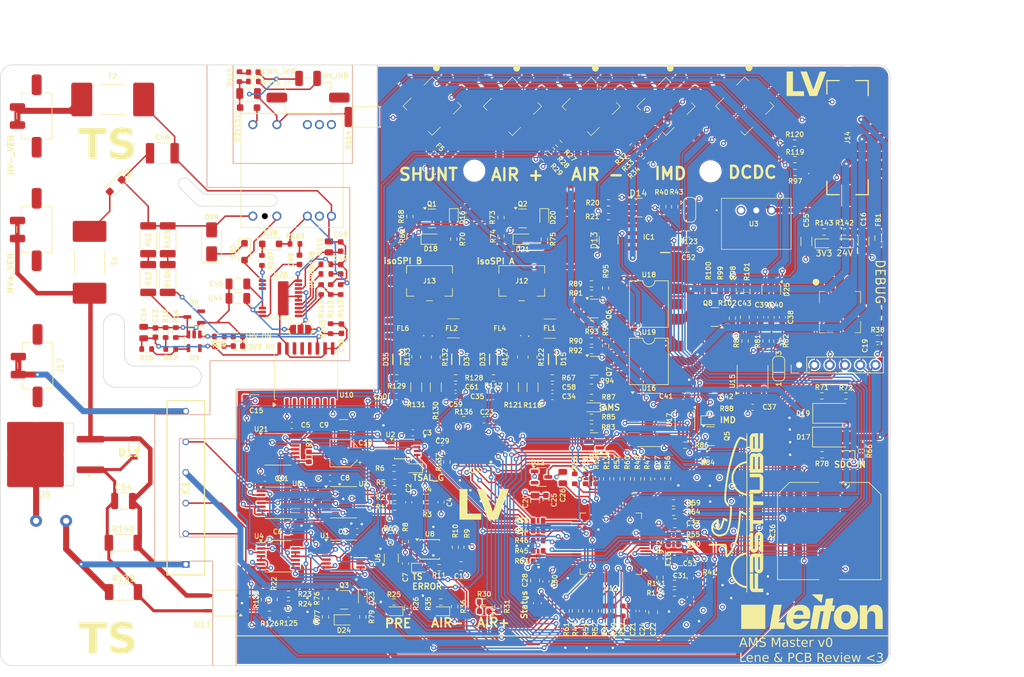
<source format=kicad_pcb>
(kicad_pcb
	(version 20240108)
	(generator "pcbnew")
	(generator_version "8.0")
	(general
		(thickness 1.6)
		(legacy_teardrops no)
	)
	(paper "A4")
	(layers
		(0 "F.Cu" signal)
		(1 "In1.Cu" signal)
		(2 "In2.Cu" signal)
		(31 "B.Cu" signal)
		(32 "B.Adhes" user "B.Adhesive")
		(33 "F.Adhes" user "F.Adhesive")
		(34 "B.Paste" user)
		(35 "F.Paste" user)
		(36 "B.SilkS" user "B.Silkscreen")
		(37 "F.SilkS" user "F.Silkscreen")
		(38 "B.Mask" user)
		(39 "F.Mask" user)
		(40 "Dwgs.User" user "User.Drawings")
		(41 "Cmts.User" user "User.Comments")
		(42 "Eco1.User" user "User.Eco1")
		(43 "Eco2.User" user "User.Eco2")
		(44 "Edge.Cuts" user)
		(45 "Margin" user)
		(46 "B.CrtYd" user "B.Courtyard")
		(47 "F.CrtYd" user "F.Courtyard")
		(48 "B.Fab" user)
		(49 "F.Fab" user)
		(50 "User.1" user)
		(51 "User.2" user)
		(52 "User.3" user)
		(53 "User.4" user)
		(54 "User.5" user)
		(55 "User.6" user)
		(56 "User.7" user)
		(57 "User.8" user)
		(58 "User.9" user)
	)
	(setup
		(stackup
			(layer "F.SilkS"
				(type "Top Silk Screen")
			)
			(layer "F.Paste"
				(type "Top Solder Paste")
			)
			(layer "F.Mask"
				(type "Top Solder Mask")
				(thickness 0.01)
			)
			(layer "F.Cu"
				(type "copper")
				(thickness 0.035)
			)
			(layer "dielectric 1"
				(type "prepreg")
				(thickness 0.1)
				(material "FR4")
				(epsilon_r 4.5)
				(loss_tangent 0.02)
			)
			(layer "In1.Cu"
				(type "copper")
				(thickness 0.035)
			)
			(layer "dielectric 2"
				(type "core")
				(thickness 1.24)
				(material "FR4")
				(epsilon_r 4.5)
				(loss_tangent 0.02)
			)
			(layer "In2.Cu"
				(type "copper")
				(thickness 0.035)
			)
			(layer "dielectric 3"
				(type "prepreg")
				(thickness 0.1)
				(material "FR4")
				(epsilon_r 4.5)
				(loss_tangent 0.02)
			)
			(layer "B.Cu"
				(type "copper")
				(thickness 0.035)
			)
			(layer "B.Mask"
				(type "Bottom Solder Mask")
				(thickness 0.01)
			)
			(layer "B.Paste"
				(type "Bottom Solder Paste")
			)
			(layer "B.SilkS"
				(type "Bottom Silk Screen")
			)
			(copper_finish "None")
			(dielectric_constraints no)
		)
		(pad_to_mask_clearance 0)
		(allow_soldermask_bridges_in_footprints no)
		(pcbplotparams
			(layerselection 0x00010fc_ffffffff)
			(plot_on_all_layers_selection 0x0000000_00000000)
			(disableapertmacros no)
			(usegerberextensions no)
			(usegerberattributes yes)
			(usegerberadvancedattributes yes)
			(creategerberjobfile yes)
			(dashed_line_dash_ratio 12.000000)
			(dashed_line_gap_ratio 3.000000)
			(svgprecision 4)
			(plotframeref no)
			(viasonmask no)
			(mode 1)
			(useauxorigin no)
			(hpglpennumber 1)
			(hpglpenspeed 20)
			(hpglpendiameter 15.000000)
			(pdf_front_fp_property_popups yes)
			(pdf_back_fp_property_popups yes)
			(dxfpolygonmode yes)
			(dxfimperialunits yes)
			(dxfusepcbnewfont yes)
			(psnegative no)
			(psa4output no)
			(plotreference yes)
			(plotvalue yes)
			(plotfptext yes)
			(plotinvisibletext no)
			(sketchpadsonfab no)
			(subtractmaskfromsilk no)
			(outputformat 1)
			(mirror no)
			(drillshape 1)
			(scaleselection 1)
			(outputdirectory "")
		)
	)
	(net 0 "")
	(net 1 "GND")
	(net 2 "+3V3")
	(net 3 "Net-(U8-~{PRE})")
	(net 4 "Net-(U8-~{CLR})")
	(net 5 "/TSAL/HV_Active_Detection/3V3_HV")
	(net 6 "HV-_Vehicle_Side")
	(net 7 "Net-(C17-Pad2)")
	(net 8 "/MCU/RCC_OSC_OUT")
	(net 9 "/MCU/NRST")
	(net 10 "Net-(C26-Pad2)")
	(net 11 "Net-(C28-Pad2)")
	(net 12 "Net-(J10-Pin_4)")
	(net 13 "/MCU/LV_I_measure")
	(net 14 "/CAN_Transceiver/CarCAN_HIGH")
	(net 15 "/CAN_Transceiver/V_{ref}")
	(net 16 "Net-(Q8-G)")
	(net 17 "Net-(JP2-B)")
	(net 18 "Net-(U20-INTVcc)")
	(net 19 "HV+_Vehicle_Side_Fused")
	(net 20 "Net-(C47-Pad1)")
	(net 21 "/HV_Indicator/ENABLE")
	(net 22 "Net-(C49-Pad1)")
	(net 23 "Net-(U20-DCM)")
	(net 24 "Net-(U20-SOURCE)")
	(net 25 "Net-(D32-K)")
	(net 26 "Net-(D31-K)")
	(net 27 "Net-(D1-A)")
	(net 28 "Net-(D2-A)")
	(net 29 "/TSAL/HV_Active_Detection/HV_1")
	(net 30 "Net-(D4-K)")
	(net 31 "Net-(D5-A)")
	(net 32 "Net-(D6-A)")
	(net 33 "/MCU/Precharge_Closed")
	(net 34 "Net-(D7-A)")
	(net 35 "Net-(D8-A)")
	(net 36 "/MCU/AIR+_Closed")
	(net 37 "Net-(D9-A)")
	(net 38 "/MCU/AIR-_Closed")
	(net 39 "Net-(D19-A)")
	(net 40 "Net-(D16-A)")
	(net 41 "/Relay_Driver/Relay_2")
	(net 42 "/Relay_0")
	(net 43 "/MCU/TEMP_TSDCDC")
	(net 44 "/Relay_Driver/Relay_3")
	(net 45 "Net-(D20-A)")
	(net 46 "Net-(D22-A)")
	(net 47 "Net-(D23-A)")
	(net 48 "/Relay_Driver/Relay_4")
	(net 49 "Net-(D26-A)")
	(net 50 "Net-(D27-A)")
	(net 51 "Net-(D28-K)")
	(net 52 "Net-(D28-A)")
	(net 53 "Net-(D29-A1)")
	(net 54 "Net-(D30-A)")
	(net 55 "Net-(D31-A)")
	(net 56 "Net-(D32-A)")
	(net 57 "/CAN_Transceiver/CarCAN_LOW")
	(net 58 "/IO/IMD_M")
	(net 59 "+24V")
	(net 60 "Net-(J14-Pin_2)")
	(net 61 "unconnected-(IC1-IS-Pad4)")
	(net 62 "Net-(IC1-DEN)")
	(net 63 "unconnected-(IC1-NC-Pad5)")
	(net 64 "/IO/IMD_Power")
	(net 65 "Net-(U12-PB15)")
	(net 66 "/IO/TSAL_GREEN")
	(net 67 "/MCU/~{AMS_ERROR_LED}")
	(net 68 "/MCU/~{IMD_ERROR_LED}")
	(net 69 "Net-(J14-Pin_3)")
	(net 70 "Net-(J14-Pin_5)")
	(net 71 "/MCU/Trace_SWO")
	(net 72 "/MCU/SWDIO_1")
	(net 73 "/MCU/SWCLK_1")
	(net 74 "Net-(JP1-C)")
	(net 75 "Net-(JP2-C)")
	(net 76 "Net-(JP3-C)")
	(net 77 "Net-(Q1-G)")
	(net 78 "Net-(Q2-G)")
	(net 79 "Net-(Q3-G)")
	(net 80 "/SDC_Latching/~{AMS_Error}")
	(net 81 "Net-(Q4-D)")
	(net 82 "/SDC_Latching/~{IMD_Error}")
	(net 83 "Net-(Q5-D)")
	(net 84 "Net-(Q6-G)")
	(net 85 "Net-(Q6-D)")
	(net 86 "Net-(Q7-D)")
	(net 87 "Net-(Q7-G)")
	(net 88 "Net-(Q8-D)")
	(net 89 "Net-(Q8-S)")
	(net 90 "/TSAL/Comp_Ref_Low")
	(net 91 "/TSAL/Comp_Ref_Closed")
	(net 92 "/TSAL/Relay_State_Detection/~{Short}")
	(net 93 "/TSAL/~{TS_Error}")
	(net 94 "Net-(U8-C)")
	(net 95 "/MCU/TS_Error")
	(net 96 "Net-(R12-Pad2)")
	(net 97 "Net-(U9--)")
	(net 98 "Net-(R17-Pad2)")
	(net 99 "Net-(U10-IND)")
	(net 100 "/Relay_Driver/aux_out0")
	(net 101 "/Relay_Driver/aux_in0")
	(net 102 "/Relay_Driver/aux_out1")
	(net 103 "/Relay_Driver/aux_in1")
	(net 104 "/Relay_Driver/aux_out2")
	(net 105 "/Relay_Driver/aux_in2")
	(net 106 "/MCU/SDC_closed")
	(net 107 "Net-(U12-PC9)")
	(net 108 "Net-(U12-BOOT0)")
	(net 109 "/MCU/Status_LED_R")
	(net 110 "Net-(D37-A)")
	(net 111 "/MCU/Status_LED_G")
	(net 112 "Net-(U12-PC2)")
	(net 113 "/MCU/Status_LED_B")
	(net 114 "Net-(U12-PA3)")
	(net 115 "Net-(U12-PA7)")
	(net 116 "Net-(U12-PB0)")
	(net 117 "Net-(U12-PA2)")
	(net 118 "Net-(U12-PA6)")
	(net 119 "Net-(U12-PA14)")
	(net 120 "Net-(U12-PA1)")
	(net 121 "/MCU/HV_Active")
	(net 122 "Net-(U12-PA13)")
	(net 123 "Net-(U12-PA0)")
	(net 124 "/MCU/AIR+_Control")
	(net 125 "/MCU/AIR-_Control")
	(net 126 "/MCU/Precharge_Control")
	(net 127 "Net-(U15-Rs)")
	(net 128 "Net-(U16A-C)")
	(net 129 "Net-(U16B-C)")
	(net 130 "Net-(U16A-Q)")
	(net 131 "Net-(U16B-Q)")
	(net 132 "Net-(U16A-~{Q})")
	(net 133 "Net-(U16B-~{Q})")
	(net 134 "Net-(R95-Pad2)")
	(net 135 "Net-(R96-Pad2)")
	(net 136 "/SDC_Latching/Reset_Signal")
	(net 137 "Net-(R103-Pad2)")
	(net 138 "Net-(U20-Vc)")
	(net 139 "Net-(U20-IREG{slash}SS)")
	(net 140 "Net-(U20-TC)")
	(net 141 "Net-(U20-FB)")
	(net 142 "Net-(J8-Pin_2)")
	(net 143 "/TSAL/Mismatch_Relay_2")
	(net 144 "/TSAL/Mismatch_Relay_1")
	(net 145 "Net-(U1-Pad11)")
	(net 146 "/TSAL/AIRs_Closed")
	(net 147 "/TSAL/Mismatch_Relay_3")
	(net 148 "/TSAL/HV_Inactive")
	(net 149 "/TSAL/TS_OK")
	(net 150 "Net-(U2-Pad1)")
	(net 151 "/TSAL/Relay_Mismatch")
	(net 152 "unconnected-(U5-Pad14)")
	(net 153 "unconnected-(U5-Pad13)")
	(net 154 "/TSAL/HV_Mismatch")
	(net 155 "unconnected-(U10-OUTA-Pad14)")
	(net 156 "unconnected-(U10-INB-Pad4)")
	(net 157 "unconnected-(U10-INC-Pad12)")
	(net 158 "unconnected-(U10-INA-Pad3)")
	(net 159 "unconnected-(U10-OUTB-Pad13)")
	(net 160 "unconnected-(U10-OUTC-Pad5)")
	(net 161 "unconnected-(U10-NC-Pad7)")
	(net 162 "unconnected-(U12-PD2-Pad54)")
	(net 163 "unconnected-(U12-PC10-Pad51)")
	(net 164 "unconnected-(U12-PC12-Pad53)")
	(net 165 "/TSAL/HV_Active_Detection/-HV_1")
	(net 166 "Net-(FL1-Pad4)")
	(net 167 "Net-(FL1-Pad3)")
	(net 168 "unconnected-(U12-PC14-Pad3)")
	(net 169 "Net-(FL1-Pad2)")
	(net 170 "unconnected-(U12-PC11-Pad52)")
	(net 171 "Net-(FL1-Pad1)")
	(net 172 "Net-(FL2-Pad4)")
	(net 173 "Net-(FL2-Pad2)")
	(net 174 "unconnected-(U12-PC13-Pad2)")
	(net 175 "unconnected-(U12-PC15-Pad4)")
	(net 176 "Net-(FL2-Pad3)")
	(net 177 "/IO/IMD_VCC")
	(net 178 "/SDC_Latching/IMD_Latch_Reset")
	(net 179 "/SDC_Latching/AMS_Latch_Reset")
	(net 180 "/SDC_Latching/SDC_1")
	(net 181 "unconnected-(U18-Pad3)")
	(net 182 "Net-(U18-Pad5)")
	(net 183 "/IO/SDC_OUT")
	(net 184 "unconnected-(U19-Pad3)")
	(net 185 "/TSAL/Relay_Connection_Error")
	(net 186 "/IO/Reset_Button_Out")
	(net 187 "/CAN_Transceiver/CarCAN_RX")
	(net 188 "Net-(FL2-Pad1)")
	(net 189 "Net-(J12-Pin_1)")
	(net 190 "/CAN_Transceiver/CarCAN_TX")
	(net 191 "Net-(J12-Pin_2)")
	(net 192 "Net-(J13-Pin_1)")
	(net 193 "Net-(J13-Pin_2)")
	(net 194 "/MCU/WAKE2")
	(net 195 "/MCU/MSTR1")
	(net 196 "/MCU/SPI1_MISO")
	(net 197 "/MCU/SPI1_SCK")
	(net 198 "/MCU/WAKE1")
	(net 199 "/MCU/INTR1")
	(net 200 "/MCU/IMB")
	(net 201 "Net-(IC2-XCVRMD2)")
	(net 202 "Net-(IC2-XCVRMD)")
	(net 203 "/MCU/SPI2_SCK")
	(net 204 "/MCU/SPI1_NSS")
	(net 205 "/MCU/IPB")
	(net 206 "/MCU/MSTR2")
	(net 207 "/MCU/IPA")
	(net 208 "/MCU/INTR2")
	(net 209 "/MCU/SPI2_MISO")
	(net 210 "/MCU/SPI1_MOSI")
	(net 211 "/MCU/SPI2_NSS")
	(net 212 "/MCU/SPI2_MOSI")
	(net 213 "/MCU/IMA")
	(net 214 "/MCU/RCC_OSC_IN")
	(net 215 "Net-(U12-PC3)")
	(net 216 "Net-(U12-PA5)")
	(net 217 "Net-(U12-PC4)")
	(net 218 "Net-(U12-PB4)")
	(net 219 "Net-(U12-PC5)")
	(net 220 "Net-(U12-PA4)")
	(net 221 "Net-(U12-PB12)")
	(net 222 "Net-(U12-PB14)")
	(net 223 "Net-(U12-PA12)")
	(net 224 "Net-(U12-PB5)")
	(net 225 "Net-(C58-Pad1)")
	(net 226 "Net-(C61-Pad1)")
	(net 227 "Net-(D15-A2)")
	(net 228 "Net-(D34-A2)")
	(net 229 "unconnected-(U20-N.C.-Pad19)")
	(net 230 "Net-(U12-PA15)")
	(net 231 "Net-(D33-A2)")
	(net 232 "Net-(D35-A2)")
	(net 233 "/MCU/AMS_NERROR")
	(net 234 "Net-(D36-A)")
	(net 235 "Net-(D11-K)")
	(net 236 "/Relay_Driver/Precharge/HV+_Akku")
	(net 237 "Net-(K1-Pad2)")
	(net 238 "Net-(K1-Pad8)")
	(net 239 "Net-(Q9-D)")
	(net 240 "Net-(R126-Pad2)")
	(net 241 "HV+_VEH")
	(net 242 "Net-(U12-PB1)")
	(net 243 "Net-(J4-Pin_4)")
	(net 244 "Net-(J4-Pin_3)")
	(net 245 "/Relay_Driver/SDC_Relay")
	(footprint "Resistor_SMD:R_1206_3216Metric" (layer "F.Cu") (at 123.65 92.35 -90))
	(footprint "FaSTTUBe_connectors:Micro_Mate-N-Lok_2x2p_vertical" (layer "F.Cu") (at 149.5 45.6 135))
	(footprint "Resistor_SMD:R_0603_1608Metric" (layer "F.Cu") (at 165.7 66.85 180))
	(footprint "Resistor_SMD:R_0805_2012Metric" (layer "F.Cu") (at 136.5 87.3 90))
	(footprint "Capacitor_SMD:C_0603_1608Metric" (layer "F.Cu") (at 166 127.3 -90))
	(footprint "Resistor_SMD:R_0603_1608Metric" (layer "F.Cu") (at 143.05 90.8 180))
	(footprint "Capacitor_SMD:C_0603_1608Metric" (layer "F.Cu") (at 181.3 80.7 90))
	(footprint "Resistor_SMD:R_2010_5025Metric" (layer "F.Cu") (at 79.05 74.25 -90))
	(footprint "Package_TO_SOT_SMD:SOT-23" (layer "F.Cu") (at 138.1 64.25))
	(footprint "MountingHole:MountingHole_3.2mm_M3" (layer "F.Cu") (at 63.85 56.25 -90))
	(footprint "Master:WCAP-ASLI_16" (layer "F.Cu") (at 189.1 116.3 90))
	(footprint "Capacitor_SMD:C_0603_1608Metric" (layer "F.Cu") (at 176.35 95.7 180))
	(footprint "Capacitor_SMD:C_0805_2012Metric" (layer "F.Cu") (at 75.05 83.25 90))
	(footprint "Capacitor_SMD:C_0603_1608Metric" (layer "F.Cu") (at 166 124.15 90))
	(footprint "Resistor_SMD:R_0603_1608Metric" (layer "F.Cu") (at 149.6 81.8))
	(footprint "Capacitor_SMD:C_0603_1608Metric" (layer "F.Cu") (at 141.974999 111.15 90))
	(footprint "Capacitor_SMD:C_0603_1608Metric" (layer "F.Cu") (at 99.15 130.15 180))
	(footprint "Package_TO_SOT_SMD:SOT-353_SC-70-5_Handsoldering" (layer "F.Cu") (at 116.25 120.8 90))
	(footprint "Resistor_SMD:R_0603_1608Metric" (layer "F.Cu") (at 151.724999 129.6 -90))
	(footprint "FaSTTUBe_connectors:Micro_Mate-N-Lok_2x5p_vertical" (layer "F.Cu") (at 192.15 50.8 -90))
	(footprint "Resistor_SMD:R_0603_1608Metric" (layer "F.Cu") (at 140.674999 114.575 180))
	(footprint "Resistor_SMD:R_0603_1608Metric" (layer "F.Cu") (at 134.5 64.1 90))
	(footprint "LED_SMD:LED_0603_1608Metric" (layer "F.Cu") (at 90.7375 85.5 180))
	(footprint "Diode_SMD:D_SOD-123F" (layer "F.Cu") (at 92.5 45.8))
	(footprint "Resistor_SMD:R_0603_1608Metric" (layer "F.Cu") (at 124.48125 128.11))
	(footprint "Package_SO:SOIC-14_3.9x8.7mm_P1.27mm" (layer "F.Cu") (at 159.1 97.8))
	(footprint "LED_SMD:LED_0603_1608Metric" (layer "F.Cu") (at 93.3 39.9 180))
	(footprint "Capacitor_SMD:C_1206_3216Metric" (layer "F.Cu") (at 90.725 77.55))
	(footprint "Resistor_SMD:R_0603_1608Metric" (layer "F.Cu") (at 105.375 73.4875))
	(footprint "Capacitor_SMD:C_0805_2012Metric" (layer "F.Cu") (at 175.05 80.7 -90))
	(footprint "Capacitor_SMD:C_1206_3216Metric" (layer "F.Cu") (at 90.725 75.15))
	(footprint "Resistor_SMD:R_0603_1608Metric" (layer "F.Cu") (at 116.8 112.3 180))
	(footprint "LED_SMD:LED_0603_1608Metric" (layer "F.Cu") (at 90.7375 83.9 180))
	(footprint "Resistor_SMD:R_0603_1608Metric" (layer "F.Cu") (at 140.674999 116.225 180))
	(footprint "Capacitor_SMD:C_0603_1608Metric" (layer "F.Cu") (at 164.8 93.85))
	(footprint "Resistor_SMD:R_0603_1608Metric" (layer "F.Cu") (at 163.35 123.25 180))
	(footprint "Resistor_SMD:R_0603_1608Metric" (layer "F.Cu") (at 122.225 112.3))
	(footprint "Master:SOD2613X114N" (layer "F.Cu") (at 143.05 87.7 -90))
	(footprint "Resistor_SMD:R_0603_1608Metric"
		(layer "F.Cu")
		(uuid "198b0f73-c9ca-4705-99e0-7bc76a62a529")
		(at 144.1 51.8 -45)
		(descr "Resistor SMD 0603 (1608 Metric), square (rectangular) end terminal, IPC_7351 nominal, (Body size source: IPC-SM-782 page 72, https://www.pcb-3d.com/wordpress/wp-content/uploads/ipc-sm-782a_amendment_1_and_2.pdf), generated with kicad-footprint-generator")
		(tags "resistor")
		(property "Reference" "R27"
			(at 2.757716 0.070711 135)
			(layer "F.SilkS")
			(uuid "2b953f5d-3d52-4764-816b-a282f4271280")
			(effects
				(font
					(size 0.8 0.8)
					(thickness 0.15)
				)
			)
		)
		(property "Value" "120"
			(at 0 1.43 135)
			(layer "F.Fab")
			(uuid "c99c9fbd-c256-45b2-9dc7-9ce618a43259")
			(effects
				(font
					(size 1 1)
					(thickness 0.15)
				)
			)
		)
		(property "Footprint" "Resistor_SMD:R_0603_1608Metric"
			(at 0 0 -45)
			(unlocked yes)
			(layer "F.Fab")
			(hide yes)
			(uuid "ada7e9dd-c8e3-4ce9-8dcc-20a966b4d3ac")
			(effects
				(font
					(size 1.27 1.27)
				)
			)
		)
		(property "Datasheet" ""
			(at 0 0 -45)
			(unlocked yes)
			(layer "F.Fab")
			(hide yes)
			(uuid "8173d614-8a93-4581-a3b1-7d48e6e56cc2")
			(effects
				(font
					(size 1.27 1.27)
				)
			)
		)
		(property "Description" "Resistor"
			(at 0 0 -45)
			(unlocked yes)
			(layer "F.Fab")
			(hide yes)
			(uuid "9a3b1d48-2eb8-4565-9301-da4eb6f2c424")
			(effects
				(font
					(size 1.27 1.27)
				)
			)
		)
		(property ki_fp_filters "R_*")
		(path "/5ce1aa0c-f98f-4b94-80bd-f188cf4c57de/e649f750-43fb-4736-9da9-c800ce3f6889/5d98537b-1064-421a-8631-9a73bc20a1f5")
		(sheetname "Relay_State_Detection1")
		(sheetfile "Relay_State_Detection.kicad_sch")
		(attr smd)
		(fp_line
			(start -0.237258 0.5225)
			(end 0.237258 0.5225)
			(stroke
				(width 0.12)
				(type solid)
			)
			(layer "F.SilkS")
			(uuid "09ac7a76-12d8-4b00-bb74-17abd1b4d886")
		)
		(fp_line
			(start -0.237258 -0.5225)
			(end 0.237258 -0.5225)
			(stroke
				(width 0.12)
				(type solid)
			)
			(layer "F.SilkS")
			(uuid "d549a9fc-4670-44af-9c49-8f0943c23ff9")
		)
		(fp_line
			(start -1.48 0.73)
			(end -1.48 -0.73)
			(stroke
				(width 0.05)
				(type solid)
			)
			(layer "F.CrtYd")
			(uuid "f568fa98-5801-4db3-bf2f-3dbf6ec1af7c")
		)
		(fp_line
			(start -1.48 -0.73)
			(end 1.48 -0.73)
			(stroke
				(width 0.05)
				(type solid)
			)
			(layer "F.CrtYd")
			(uuid "283adc5f-6304-49c4-9d68-285df47f1d36")
		)
		(fp_line
			(start 1.48 0.73)
			(end -1.48 0.73)
			(stroke
				(width 0.05)
				(type solid)
			)
			(layer "F.CrtYd")
			(uuid "4e99c24e-4e8b-40f4-941b-bc0d4f844b3e")
		)
		(fp_line
			(start 1.48 -0.73)
			(end 1.48 0.73)
			(stroke
				(width 0.05)
				(type solid)
			)
			(layer "F.CrtYd")
			(uuid "aca13e37-f9ca-4579-bbee-8db4a290cb42")
		)
		(fp_line
			(start -0.8 0.4125)
			(end -0.8 -0.4125)
			(stroke
				(width 0.1)
				(type solid)
			)
			(layer "F.Fab")
			(uuid "6410d235-f9a0-4fdb-87c7-b1839a801cdf")
		)
		(fp_line
			(start -0.8 -0.4125)
			(end 0.8 -0.4125)
			(stroke
				(width 0.1)
				(type solid)
			)
			(layer "F.Fab")
			(uuid "1f7d09bb-16f6-4899-bcc0-2f097901d92a")
		)
		(fp_line
			(start 0.8 0.4125)
			(end -0.8 0.4125)
			(stroke
				(width 0.1)
				(type solid)
			)
			(layer "F.Fab")
			(uuid "30fcdc39-f22e-4811-87a9-0661ef417654")
		)
		(fp_line
			(start 0.8 -0.4125)
			(end 0.8 0.4125)
			(stroke
				(width 0.1)
				(type solid)
			)
			(layer "F.Fab")
			(uuid "74c10b7a-f0db-4d21-9a1d-a3e5edde0316")
		)
		(fp_text user "${REFERENCE}"
			(at 0 0 135)
			(layer "F.Fab")
			(uuid "6e0ae320-c37c-4e03-bf0a-1e6eae1645d8")
			(effects
				(font
					(size 0.4 0.4)
					(thickness 0.06)
				)
			)
		)
		(pad "1" smd roundrect
			(at -0.825 0 315)
			(size 0.8 0.95)
			(layers "F.Cu" "F.Paste" "F.Mask")
			(roundrect_rratio 0.25)
			(net 102 "/Relay_Driver/aux_out1")
			(pintype "passive")
			(uuid "2
... [3598617 chars truncated]
</source>
